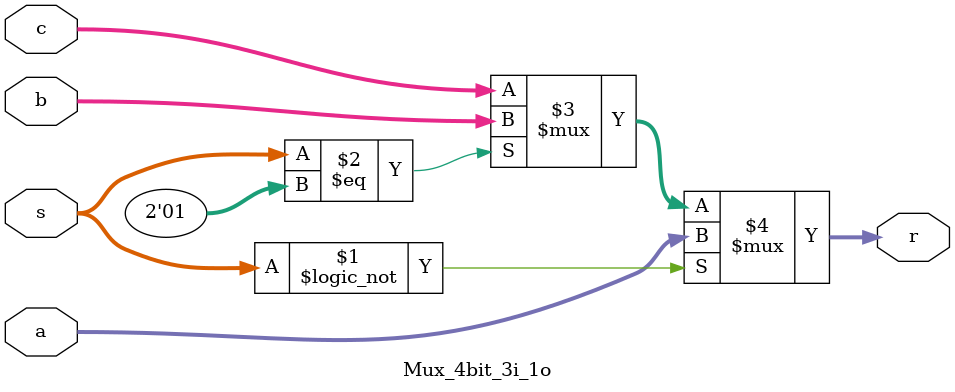
<source format=v>
`timescale 1ns / 1ps
module Mux_4bit_3i_1o(
input [1:0] s,
input [3:0] a,
input [3:0] b,
input [3:0] c,
output[3:0] r
    );
		assign r = (s == 0)? a : (s == 1)? b : c;
endmodule

</source>
